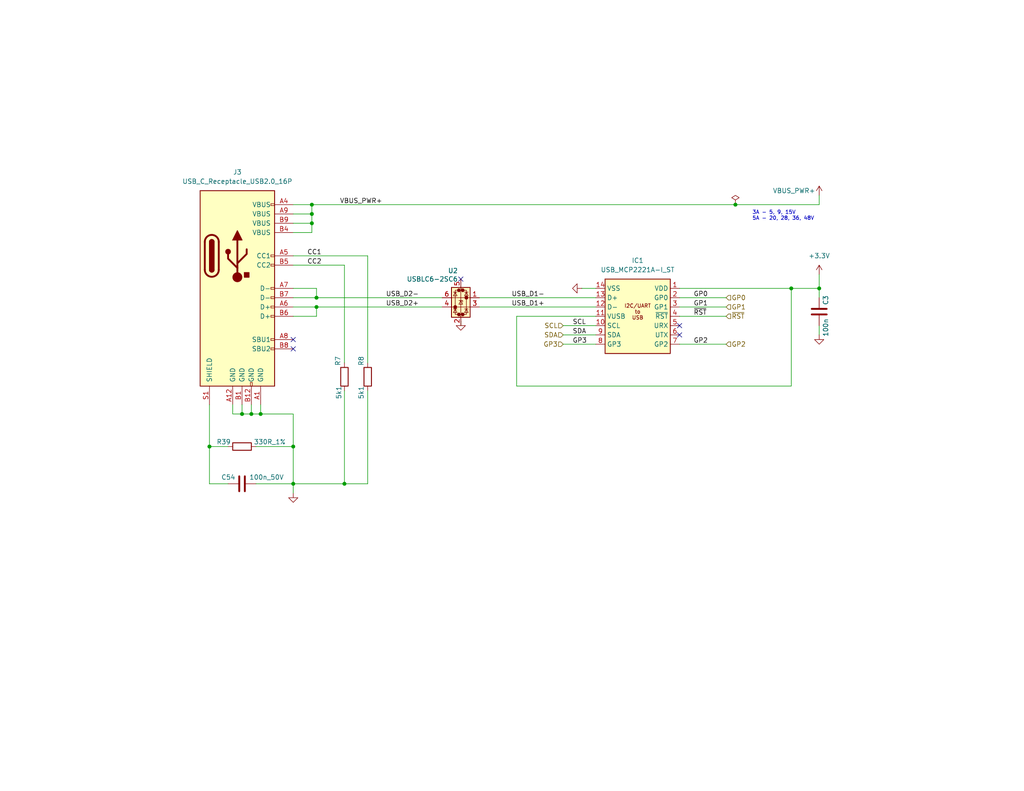
<source format=kicad_sch>
(kicad_sch (version 20231120) (generator "eeschema") (generator_version "8.0")
  (paper "USLetter")
  (title_block (title "USB-PD Board") (date "2025-12-03") (rev "B") (company "Peter Hancak"))
  (lib_symbols
    (symbol "Connector:USB_C_Receptacle_USB2.0_16P" (pin_names (offset 1.016))
      (property "Reference" "J" (at 0 22.225 0))
      (property "Value" "USB_C_Receptacle_USB2.0_16P" (at 0 19.685 0))
      (symbol "USB_C_Receptacle_USB2.0_16P_0_0"
        (rectangle (start 3.556 -34.544) (end 4.064 -35.56))
        (rectangle (start 9.144 14.224) (end 10.16 13.716))
        (rectangle (start 10.16 -25.146) (end 9.144 -25.654))
        (rectangle (start 10.16 -22.606) (end 9.144 -23.114))
        (rectangle (start 10.16 -16.256) (end 9.144 -16.764))
        (rectangle (start 10.16 -13.716) (end 9.144 -14.224))
        (rectangle (start 10.16 -11.176) (end 9.144 -11.684))
        (rectangle (start 10.16 -8.636) (end 9.144 -9.144))
        (rectangle (start 10.16 -2.286) (end 9.144 -2.794))
        (rectangle (start 10.16 0.254) (end 9.144 -0.254))
      )
      (symbol "USB_C_Receptacle_USB2.0_16P_0_1"
        (rectangle (start -10.16 17.78) (end 10.16 -35.56) (stroke (width 0.254)) (fill (type background)))
        (arc (start -8.89 -3.81) (mid -6.985 -5.7067) (end -5.08 -3.81) (stroke (width 0.508)))
        (arc (start -7.62 -3.81) (mid -6.985 -4.4423) (end -6.35 -3.81) (stroke (width 0.254)))
        (arc (start -7.62 -3.81) (mid -6.985 -4.4423) (end -6.35 -3.81) (stroke (width 0.254)) (fill (type outline)))
        (rectangle (start -7.62 -3.81) (end -6.35 3.81) (stroke (width 0.254)) (fill (type outline)))
        (arc (start -6.35 3.81) (mid -6.985 4.4423) (end -7.62 3.81) (stroke (width 0.254)))
        (arc (start -6.35 3.81) (mid -6.985 4.4423) (end -7.62 3.81) (stroke (width 0.254)) (fill (type outline)))
        (arc (start -5.08 3.81) (mid -6.985 5.7067) (end -8.89 3.81) (stroke (width 0.508)))
        (circle (center -2.54 1.143) (radius 0.635) (stroke (width 0.254)) (fill (type outline)))
        (circle (center 0 -5.842) (radius 1.27) (fill (type outline)))
        (polyline (pts (xy -8.89 -3.81) (xy -8.89 3.81)) (stroke (width 0.508)))
        (polyline (pts (xy -5.08 3.81) (xy -5.08 -3.81)) (stroke (width 0.508)))
        (polyline (pts (xy 0 -5.842) (xy 0 4.318)) (stroke (width 0.508)))
        (polyline (pts (xy 0 -3.302) (xy -2.54 -0.762) (xy -2.54 0.508)) (stroke (width 0.508)))
        (polyline (pts (xy 0 -2.032) (xy 2.54 0.508) (xy 2.54 1.778)) (stroke (width 0.508)))
        (polyline (pts (xy -1.27 4.318) (xy 0 6.858) (xy 1.27 4.318) (xy -1.27 4.318)) (stroke (width 0.254)) (fill (type outline)))
        (rectangle (start 1.905 -5.842) (end 3.175 -4.572) (stroke (width 0.254)) (fill (type outline)))
      )
      (symbol "USB_C_Receptacle_USB2.0_16P_1_1"
        (pin passive line (at 6.35 -40.64 90) (length 5.08) (name "GND") (number "A1"))
        (pin passive line (at -1.27 -40.64 90) (length 5.08) (name "GND") (number "A12"))
        (pin passive line (at 15.24 13.97 180) (length 5.08) (name "VBUS") (number "A4"))
        (pin bidirectional line (at 15.24 0 180) (length 5.08) (name "CC1") (number "A5"))
        (pin bidirectional line (at 15.24 -13.97 180) (length 5.08) (name "D+") (number "A6"))
        (pin bidirectional line (at 15.24 -8.89 180) (length 5.08) (name "D-") (number "A7"))
        (pin bidirectional line (at 15.24 -22.86 180) (length 5.08) (name "SBU1") (number "A8"))
        (pin passive line (at 15.24 11.43 180) (length 5.08) (name "VBUS") (number "A9"))
        (pin passive line (at 1.27 -40.64 90) (length 5.08) (name "GND") (number "B1"))
        (pin passive line (at 3.81 -40.64 90) (length 5.08) (name "GND") (number "B12"))
        (pin passive line (at 15.24 6.35 180) (length 5.08) (name "VBUS") (number "B4"))
        (pin bidirectional line (at 15.24 -2.54 180) (length 5.08) (name "CC2") (number "B5"))
        (pin bidirectional line (at 15.24 -16.51 180) (length 5.08) (name "D+") (number "B6"))
        (pin bidirectional line (at 15.24 -11.43 180) (length 5.08) (name "D-") (number "B7"))
        (pin bidirectional line (at 15.24 -25.4 180) (length 5.08) (name "SBU2") (number "B8"))
        (pin passive line (at 15.24 8.89 180) (length 5.08) (name "VBUS") (number "B9"))
        (pin passive line (at -7.62 -40.64 90) (length 5.08) (name "SHIELD") (number "S1"))
      )
    )
    (symbol "Device:C" (pin_numbers hide) (pin_names (offset 0.254))
      (property "Reference" "C" (at 0.635 2.54 0))
      (property "Value" "C" (at 0.635 -2.54 0))
      (symbol "C_0_1"
        (polyline (pts (xy -2.032 -0.762) (xy 2.032 -0.762)) (stroke (width 0.508)))
        (polyline (pts (xy -2.032 0.762) (xy 2.032 0.762)) (stroke (width 0.508)))
      )
      (symbol "C_1_1"
        (pin passive line (at 0 3.81 270) (length 2.794) (name "~") (number "1"))
        (pin passive line (at 0 -3.81 90) (length 2.794) (name "~") (number "2"))
      )
    )
    (symbol "Device:R" (pin_numbers hide) (pin_names (offset 0))
      (property "Reference" "R" (at 2.032 0 90))
      (property "Value" "R" (at 0 0 90))
      (symbol "R_0_1"
        (rectangle (start -1.016 -2.54) (end 1.016 2.54) (stroke (width 0.254)))
      )
      (symbol "R_1_1"
        (pin passive line (at 0 3.81 270) (length 1.27) (name "~") (number "1"))
        (pin passive line (at 0 -3.81 90) (length 1.27) (name "~") (number "2"))
      )
    )
    (symbol "Personal_Projects:USB_MCP2221A-I_ST"
      (property "Reference" "IC" (at 20.32 7.62 0))
      (property "Value" "USB_MCP2221A-I_ST" (at 20.32 5.08 0))
      (symbol "USB_MCP2221A-I_ST_1_1"
        (rectangle (start 2.54 2.54) (end 20.32 -17.78) (stroke (width 0.254)) (fill (type background)))
        (text "I2C/UART\nto\nUSB" (at 11.43 -6.35 0) (effects (font (size 1 1))))
        (pin passive line (at 0 0 0) (length 2.54) (name "VDD") (number "1"))
        (pin passive line (at 22.86 -10.16 180) (length 2.54) (name "SCL") (number "10"))
        (pin passive line (at 22.86 -7.62 180) (length 2.54) (name "VUSB") (number "11"))
        (pin passive line (at 22.86 -5.08 180) (length 2.54) (name "D-") (number "12"))
        (pin passive line (at 22.86 -2.54 180) (length 2.54) (name "D+") (number "13"))
        (pin passive line (at 22.86 0 180) (length 2.54) (name "VSS") (number "14"))
        (pin passive line (at 0 -2.54 0) (length 2.54) (name "GP0") (number "2"))
        (pin passive line (at 0 -5.08 0) (length 2.54) (name "GP1") (number "3"))
        (pin passive line (at 0 -7.62 0) (length 2.54) (name "~{RST}") (number "4"))
        (pin passive line (at 0 -10.16 0) (length 2.54) (name "URX") (number "5"))
        (pin passive line (at 0 -12.7 0) (length 2.54) (name "UTX") (number "6"))
        (pin passive line (at 0 -15.24 0) (length 2.54) (name "GP2") (number "7"))
        (pin passive line (at 22.86 -15.24 180) (length 2.54) (name "GP3") (number "8"))
        (pin passive line (at 22.86 -12.7 180) (length 2.54) (name "SDA") (number "9"))
      )
    )
    (symbol "Power_Protection:USBLC6-2SC6" (pin_names hide)
      (property "Reference" "U" (at 0.635 5.715 0))
      (property "Value" "USBLC6-2SC6" (at 0.635 3.81 0))
      (symbol "USBLC6-2SC6_0_0"
        (circle (center -1.524 0) (radius 0.0001) (stroke (width 0.508)))
        (circle (center -0.508 -4.572) (radius 0.0001) (stroke (width 0.508)))
        (circle (center -0.508 2.032) (radius 0.0001) (stroke (width 0.508)))
        (circle (center 0.508 -4.572) (radius 0.0001) (stroke (width 0.508)))
        (circle (center 0.508 2.032) (radius 0.0001) (stroke (width 0.508)))
        (circle (center 1.524 -2.54) (radius 0.0001) (stroke (width 0.508)))
      )
      (symbol "USBLC6-2SC6_0_1"
        (polyline (pts (xy -2.54 -2.54) (xy 2.54 -2.54)))
        (polyline (pts (xy -2.54 0) (xy 2.54 0)))
        (polyline (pts (xy -2.032 -3.048) (xy -1.016 -3.048)))
        (polyline (pts (xy -1.016 1.524) (xy -2.032 1.524)))
        (polyline (pts (xy 1.016 -3.048) (xy 2.032 -3.048)))
        (polyline (pts (xy 1.016 1.524) (xy 2.032 1.524)))
        (polyline (pts (xy -0.508 -1.143) (xy -0.508 -0.762) (xy 0.508 -0.762)))
        (polyline (pts (xy -2.032 0.508) (xy -1.016 0.508) (xy -1.524 1.524) (xy -2.032 0.508)))
        (polyline (pts (xy -1.016 -4.064) (xy -2.032 -4.064) (xy -1.524 -3.048) (xy -1.016 -4.064)))
        (polyline (pts (xy 0.508 -1.778) (xy -0.508 -1.778) (xy 0 -0.762) (xy 0.508 -1.778)))
        (polyline (pts (xy 2.032 -4.064) (xy 1.016 -4.064) (xy 1.524 -3.048) (xy 2.032 -4.064)))
        (polyline (pts (xy 2.032 0.508) (xy 1.016 0.508) (xy 1.524 1.524) (xy 2.032 0.508)))
        (polyline (pts (xy 0 2.54) (xy -0.508 2.032) (xy 0.508 2.032) (xy 0 1.524) (xy 0 -4.064) (xy -0.508 -4.572) (xy 0.508 -4.572) (xy 0 -5.08)))
      )
      (symbol "USBLC6-2SC6_1_1"
        (rectangle (start -2.54 2.794) (end 2.54 -5.334) (stroke (width 0.254)) (fill (type background)))
        (polyline (pts (xy -0.508 2.032) (xy -1.524 2.032) (xy -1.524 -4.572) (xy -0.508 -4.572)))
        (polyline (pts (xy 0.508 -4.572) (xy 1.524 -4.572) (xy 1.524 2.032) (xy 0.508 2.032)))
        (pin passive line (at -5.08 0 0) (length 2.54) (name "I/O1") (number "1"))
        (pin passive line (at 0 -7.62 90) (length 2.54) (name "GND") (number "2"))
        (pin passive line (at -5.08 -2.54 0) (length 2.54) (name "I/O2") (number "3"))
        (pin passive line (at 5.08 -2.54 180) (length 2.54) (name "I/O2") (number "4"))
        (pin passive line (at 0 5.08 270) (length 2.54) (name "VBUS") (number "5"))
        (pin passive line (at 5.08 0 180) (length 2.54) (name "I/O1") (number "6"))
      )
    )
    (symbol "power:+3.3V" (power) (pin_numbers hide) (pin_names (offset 0) hide)
      (property "Value" "+3.3V" (at 0 3.556 0))
      (symbol "+3.3V_0_1"
        (polyline (pts (xy -0.762 1.27) (xy 0 2.54)))
        (polyline (pts (xy 0 0) (xy 0 2.54)))
        (polyline (pts (xy 0 2.54) (xy 0.762 1.27)))
      )
      (symbol "+3.3V_1_1"
        (pin power_in line (at 0 0 90) (length 0) (name "~") (number "1"))
      )
    )
    (symbol "power:GND" (power) (pin_numbers hide) (pin_names (offset 0) hide)
      (property "Value" "GND" (at 0 -3.81 0))
      (symbol "GND_0_1"
        (polyline (pts (xy 0 0) (xy 0 -1.27) (xy 1.27 -1.27) (xy 0 -2.54) (xy -1.27 -1.27) (xy 0 -1.27)))
      )
      (symbol "GND_1_1"
        (pin power_in line (at 0 0 270) (length 0) (name "~") (number "1"))
      )
    )
    (symbol "power:PWR_FLAG" (power) (pin_numbers hide) (pin_names (offset 0) hide)
      (property "Value" "PWR_FLAG" (at 0 3.81 0))
      (symbol "PWR_FLAG_0_0"
        (pin power_out line (at 0 0 90) (length 0) (name "~") (number "1"))
      )
      (symbol "PWR_FLAG_0_1"
        (polyline (pts (xy 0 0) (xy 0 1.27) (xy -1.016 1.905) (xy 0 2.54) (xy 1.016 1.905) (xy 0 1.27)))
      )
    )
  )
  (junction (at 85.09 60.96))
  (junction (at 66.04 113.03))
  (junction (at 86.36 81.28))
  (junction (at 223.52 78.74))
  (junction (at 93.98 132.08))
  (junction (at 86.36 83.82))
  (junction (at 57.15 121.92))
  (junction (at 215.9 78.74))
  (junction (at 80.01 132.08))
  (junction (at 68.58 113.03))
  (junction (at 85.09 55.88))
  (junction (at 200.66 55.88))
  (junction (at 80.01 121.92))
  (junction (at 85.09 58.42))
  (junction (at 71.12 113.03))
  (no_connect (at 125.73 76.2))
  (no_connect (at 80.01 95.25))
  (no_connect (at 185.42 88.9))
  (no_connect (at 80.01 92.71))
  (no_connect (at 185.42 91.44))
  (wire (pts (xy 80.01 86.36) (xy 86.36 86.36)))
  (wire (pts (xy 215.9 78.74) (xy 223.52 78.74)))
  (wire (pts (xy 80.01 55.88) (xy 85.09 55.88)))
  (wire (pts (xy 130.81 83.82) (xy 162.56 83.82)))
  (wire (pts (xy 80.01 132.08) (xy 69.85 132.08)))
  (wire (pts (xy 198.12 86.36) (xy 185.42 86.36)))
  (wire (pts (xy 57.15 110.49) (xy 57.15 121.92)))
  (wire (pts (xy 140.97 86.36) (xy 162.56 86.36)))
  (wire (pts (xy 80.01 60.96) (xy 85.09 60.96)))
  (wire (pts (xy 80.01 132.08) (xy 93.98 132.08)))
  (wire (pts (xy 71.12 113.03) (xy 80.01 113.03)))
  (wire (pts (xy 223.52 88.9) (xy 223.52 91.44)))
  (wire (pts (xy 80.01 121.92) (xy 80.01 132.08)))
  (wire (pts (xy 140.97 86.36) (xy 140.97 105.41)))
  (wire (pts (xy 57.15 132.08) (xy 57.15 121.92)))
  (wire (pts (xy 69.85 121.92) (xy 80.01 121.92)))
  (wire (pts (xy 66.04 110.49) (xy 66.04 113.03)))
  (wire (pts (xy 80.01 69.85) (xy 100.33 69.85)))
  (wire (pts (xy 62.23 132.08) (xy 57.15 132.08)))
  (wire (pts (xy 153.67 93.98) (xy 162.56 93.98)))
  (wire (pts (xy 68.58 110.49) (xy 68.58 113.03)))
  (wire (pts (xy 93.98 132.08) (xy 100.33 132.08)))
  (wire (pts (xy 185.42 83.82) (xy 198.12 83.82)))
  (wire (pts (xy 86.36 78.74) (xy 86.36 81.28)))
  (wire (pts (xy 93.98 106.68) (xy 93.98 132.08)))
  (wire (pts (xy 86.36 81.28) (xy 120.65 81.28)))
  (wire (pts (xy 80.01 83.82) (xy 86.36 83.82)))
  (wire (pts (xy 185.42 93.98) (xy 198.12 93.98)))
  (wire (pts (xy 63.5 110.49) (xy 63.5 113.03)))
  (wire (pts (xy 80.01 58.42) (xy 85.09 58.42)))
  (wire (pts (xy 158.75 78.74) (xy 162.56 78.74)))
  (wire (pts (xy 80.01 63.5) (xy 85.09 63.5)))
  (wire (pts (xy 153.67 91.44) (xy 162.56 91.44)))
  (wire (pts (xy 66.04 113.03) (xy 68.58 113.03)))
  (wire (pts (xy 223.52 53.34) (xy 223.52 55.88)))
  (wire (pts (xy 85.09 60.96) (xy 85.09 63.5)))
  (wire (pts (xy 93.98 72.39) (xy 80.01 72.39)))
  (wire (pts (xy 80.01 113.03) (xy 80.01 121.92)))
  (wire (pts (xy 80.01 81.28) (xy 86.36 81.28)))
  (wire (pts (xy 125.73 87.63) (xy 125.73 88.9)))
  (wire (pts (xy 200.66 55.88) (xy 223.52 55.88)))
  (wire (pts (xy 93.98 72.39) (xy 93.98 99.06)))
  (wire (pts (xy 153.67 88.9) (xy 162.56 88.9)))
  (wire (pts (xy 86.36 86.36) (xy 86.36 83.82)))
  (wire (pts (xy 185.42 81.28) (xy 198.12 81.28)))
  (wire (pts (xy 85.09 58.42) (xy 85.09 60.96)))
  (wire (pts (xy 71.12 110.49) (xy 71.12 113.03)))
  (wire (pts (xy 80.01 134.62) (xy 80.01 132.08)))
  (wire (pts (xy 130.81 81.28) (xy 162.56 81.28)))
  (wire (pts (xy 100.33 69.85) (xy 100.33 99.06)))
  (wire (pts (xy 86.36 83.82) (xy 120.65 83.82)))
  (wire (pts (xy 100.33 106.68) (xy 100.33 132.08)))
  (wire (pts (xy 80.01 78.74) (xy 86.36 78.74)))
  (wire (pts (xy 57.15 121.92) (xy 62.23 121.92)))
  (wire (pts (xy 85.09 55.88) (xy 85.09 58.42)))
  (wire (pts (xy 223.52 78.74) (xy 223.52 74.93)))
  (wire (pts (xy 185.42 78.74) (xy 215.9 78.74)))
  (wire (pts (xy 85.09 55.88) (xy 200.66 55.88)))
  (wire (pts (xy 223.52 81.28) (xy 223.52 78.74)))
  (wire (pts (xy 140.97 105.41) (xy 215.9 105.41)))
  (wire (pts (xy 63.5 113.03) (xy 66.04 113.03)))
  (wire (pts (xy 68.58 113.03) (xy 71.12 113.03)))
  (wire (pts (xy 215.9 105.41) (xy 215.9 78.74)))
  (text "3A - 5, 9, 15V\n5A - 20, 28, 36, 48V" (at 205.232 58.928 0) (effects (font (size 1 1)) (justify left)))
  (label "GP2" (at 189.23 93.98 0))
  (label "USB_D2-" (at 114.3 81.28 180))
  (label "SCL" (at 156.21 88.9 0))
  (label "USB_D1-" (at 148.59 81.28 180))
  (label "SDA" (at 156.21 91.44 0))
  (label "VBUS_PWR+" (at 92.71 55.88 0))
  (label "CC1" (at 83.82 69.85 0))
  (label "GP1" (at 189.23 83.82 0))
  (label "GP0" (at 189.23 81.28 0))
  (label "~{RST}" (at 189.23 86.36 0))
  (label "GP3" (at 156.21 93.98 0))
  (label "CC2" (at 83.82 72.39 0))
  (label "USB_D1+" (at 148.59 83.82 180))
  (label "USB_D2+" (at 114.3 83.82 180))
  (hierarchical_label "GP0" (shape input) (at 198.12 81.28 0))
  (hierarchical_label "GP2" (shape input) (at 198.12 93.98 0))
  (hierarchical_label "SDA" (shape input) (at 153.67 91.44 180))
  (hierarchical_label "GP3" (shape input) (at 153.67 93.98 180))
  (hierarchical_label "SCL" (shape input) (at 153.67 88.9 180))
  (hierarchical_label "GP1" (shape input) (at 198.12 83.82 0))
  (hierarchical_label "~{RST}" (shape input) (at 198.12 86.36 0))
  (symbol (lib_id "Power_Protection:USBLC6-2SC6") (at 125.73 81.28 0) (mirror y) (unit 1)
    (property "Reference" "U2" (at 124.968 73.914 0) (effects (justify left)))
    (property "Value" "USBLC6-2SC6" (at 124.968 76.2 0) (effects (justify left)))
    (property "Footprint" "Package_TO_SOT_SMD:SOT-23-6" (effects (hide yes)))
    (property "Datasheet" "https://www.st.com/resource/en/datasheet/usblc6-2.pdf" (effects (hide yes)))
    (property "Description" "Very low capacitance ESD protection diode, 2 data-line, SOT-23-6" (effects (hide yes)))
  )
  (symbol (lib_id "power:GND") (at 80.01 134.62 0) (unit 1)
    (property "Reference" "#PWR089" (effects (hide yes)))
    (property "Value" "GND" (effects (hide yes)))
    (property "Description" "Power symbol creates a global label with name \"GND\" , ground" (effects (hide yes)))
  )
  (symbol (lib_id "power:GND") (at 158.75 78.74 270) (unit 1)
    (property "Reference" "#PWR012" (effects (hide yes)))
    (property "Value" "GND" (effects (hide yes)))
    (property "Description" "Power symbol creates a global label with name \"GND\" , ground" (effects (hide yes)))
  )
  (symbol (lib_id "power:PWR_FLAG") (at 200.66 55.88 0) (unit 1)
    (property "Reference" "#FLG02" (effects (hide yes)))
    (property "Value" "PWR_FLAG" (effects (hide yes)))
    (property "Description" "Special symbol for telling ERC where power comes from" (effects (hide yes)))
  )
  (symbol (lib_id "Device:C") (at 223.52 85.09 0) (unit 1)
    (property "Reference" "C3" (at 225.298 83.312 90) (effects (justify left)))
    (property "Value" "100n" (at 225.298 91.948 90) (effects (justify left)))
    (property "Footprint" "Capacitor_SMD:C_0805_2012Metric" (effects (hide yes)))
    (property "Description" "Unpolarized capacitor" (effects (hide yes)))
  )
  (symbol (lib_id "Device:R") (at 100.33 102.87 0) (mirror y) (unit 1)
    (property "Reference" "R8" (at 98.552 98.552 90))
    (property "Value" "5k1" (at 98.552 107.188 90))
    (property "Footprint" "Resistor_SMD:R_0805_2012Metric" (effects (hide yes)))
    (property "Description" "Resistor" (effects (hide yes)))
  )
  (symbol (lib_id "Device:C") (at 66.04 132.08 90) (unit 1)
    (property "Reference" "C54" (at 64.262 130.302 90) (effects (justify left)))
    (property "Value" "100n_50V" (at 77.47 130.302 90) (effects (justify left)))
    (property "Footprint" "Capacitor_SMD:C_0805_2012Metric" (effects (hide yes)))
    (property "Description" "Unpolarized capacitor" (effects (hide yes)))
  )
  (symbol (lib_id "power:GND") (at 223.52 91.44 0) (unit 1)
    (property "Reference" "#PWR018" (effects (hide yes)))
    (property "Value" "GND" (effects (hide yes)))
    (property "Description" "Power symbol creates a global label with name \"GND\" , ground" (effects (hide yes)))
  )
  (symbol (lib_id "Connector:USB_C_Receptacle_USB2.0_16P") (at 64.77 69.85 0) (unit 1)
    (property "Reference" "J3" (at 64.77 46.99 0))
    (property "Value" "USB_C_Receptacle_USB2.0_16P" (at 64.77 49.53 0))
    (property "Footprint" "Connector_USB:USB_C_Receptacle_HRO_TYPE-C-31-M-12" (effects (hide yes)))
    (property "Datasheet" "https://www.usb.org/sites/default/files/documents/usb_type-c.zip" (effects (hide yes)))
    (property "Description" "USB 2.0-only 16P Type-C Receptacle connector" (effects (hide yes)))
  )
  (symbol (lib_id "power:+3.3V") (at 223.52 74.93 0) (mirror y) (unit 1)
    (property "Reference" "#PWR016" (effects (hide yes)))
    (property "Value" "+3.3V" (at 223.52 69.85 0))
    (property "Description" "Power symbol creates a global label with name \"+3.3V\"" (effects (hide yes)))
  )
  (symbol (lib_id "Device:R") (at 93.98 102.87 0) (mirror y) (unit 1)
    (property "Reference" "R7" (at 92.202 98.552 90))
    (property "Value" "5k1" (at 92.456 107.188 90))
    (property "Footprint" "Resistor_SMD:R_0805_2012Metric" (effects (hide yes)))
    (property "Description" "Resistor" (effects (hide yes)))
  )
  (symbol (lib_id "power:+3.3V") (at 223.52 53.34 0) (unit 1)
    (property "Reference" "#PWR010" (effects (hide yes)))
    (property "Value" "VBUS_PWR+" (at 216.662 52.07 0))
    (property "Description" "Power symbol creates a global label with name \"+3.3V\"" (effects (hide yes)))
  )
  (symbol (lib_id "Device:R") (at 66.04 121.92 90) (unit 1)
    (property "Reference" "R39" (at 62.992 120.65 90) (effects (justify left)))
    (property "Value" "330R_1%" (at 77.978 120.65 90) (effects (justify left)))
    (property "Footprint" "Resistor_SMD:R_0805_2012Metric" (effects (hide yes)))
    (property "Description" "Resistor" (effects (hide yes)))
  )
  (symbol (lib_id "power:GND") (at 125.73 87.63 0) (unit 1)
    (property "Reference" "#PWR08" (effects (hide yes)))
    (property "Value" "GND" (effects (hide yes)))
    (property "Description" "Power symbol creates a global label with name \"GND\" , ground" (effects (hide yes)))
  )
  (symbol (lib_id "Personal_Projects:USB_MCP2221A-I_ST") (at 185.42 78.74 0) (mirror y) (unit 1)
    (property "Reference" "IC1" (at 173.99 71.12 0))
    (property "Value" "USB_MCP2221A-I_ST" (at 173.99 73.66 0))
    (property "Footprint" "Personal_Project:SOP65P640X120-14N" (effects (hide yes)))
    (property "Datasheet" "http://ww1.microchip.com/downloads/en/devicedoc/20005565b.pdf" (effects (hide yes)))
    (property "Description" "USB 2.0 to I2C/UART Protocol Converter" (effects (hide yes)))
    (property "Height" "1.2" (effects (hide yes)))
    (property "Mouser Part Number" "579-MCP2221A-I/ST" (effects (hide yes)))
    (property "Mouser Price/Stock" "https://www.mouser.co.uk/ProductDetail/Microchip-Technology/MCP2221A-I-ST?qs=ZEMkBHnybREMkqMgzOrcGQ%3D%3D" (effects (hide yes)))
    (property "Manufacturer_Name" "Microchip" (effects (hide yes)))
    (property "Manufacturer_Part_Number" "MCP2221A-I/ST" (effects (hide yes)))
  )
)
</source>
